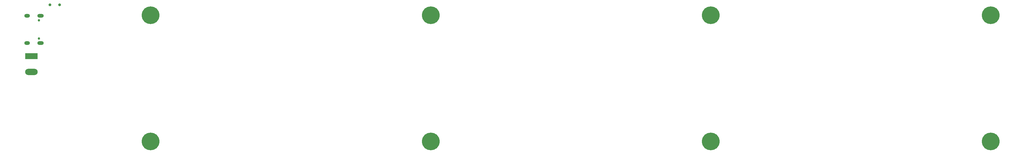
<source format=gbr>
%TF.GenerationSoftware,KiCad,Pcbnew,(6.0.9-0)*%
%TF.CreationDate,2022-11-17T19:12:12+01:00*%
%TF.ProjectId,pwr-v1,7077722d-7631-42e6-9b69-6361645f7063,rev?*%
%TF.SameCoordinates,Original*%
%TF.FileFunction,Soldermask,Bot*%
%TF.FilePolarity,Negative*%
%FSLAX46Y46*%
G04 Gerber Fmt 4.6, Leading zero omitted, Abs format (unit mm)*
G04 Created by KiCad (PCBNEW (6.0.9-0)) date 2022-11-17 19:12:12*
%MOMM*%
%LPD*%
G01*
G04 APERTURE LIST*
%ADD10R,3.960000X1.980000*%
%ADD11O,3.960000X1.980000*%
%ADD12C,5.600000*%
%ADD13C,0.900025*%
%ADD14C,0.750013*%
%ADD15O,2.000000X1.200000*%
%ADD16O,1.800000X1.200000*%
G04 APERTURE END LIST*
D10*
%TO.C,SW101*%
X2362200Y-57250000D03*
D11*
X2362200Y-62250000D03*
%TD*%
D12*
%TO.C,REF\u002A\u002A*%
X305000000Y-84250000D03*
%TD*%
%TO.C,REF\u002A\u002A*%
X216666666Y-44250000D03*
%TD*%
%TO.C,REF\u002A\u002A*%
X40000000Y-44250000D03*
%TD*%
%TO.C,REF\u002A\u002A*%
X128333333Y-44250000D03*
%TD*%
D13*
%TO.C,U102*%
X11249873Y-41002959D03*
X8249873Y-41002959D03*
%TD*%
D12*
%TO.C,REF\u002A\u002A*%
X40000000Y-84250000D03*
%TD*%
%TO.C,REF\u002A\u002A*%
X305000000Y-44250000D03*
%TD*%
D14*
%TO.C,U101*%
X4765621Y-51648908D03*
X4765621Y-45849060D03*
D15*
X5265748Y-44423863D03*
X5265748Y-53074105D03*
D16*
X1065850Y-53074105D03*
X1065850Y-44423863D03*
%TD*%
D12*
%TO.C,REF\u002A\u002A*%
X216666666Y-84250000D03*
%TD*%
%TO.C,REF\u002A\u002A*%
X128333333Y-84250000D03*
%TD*%
M02*

</source>
